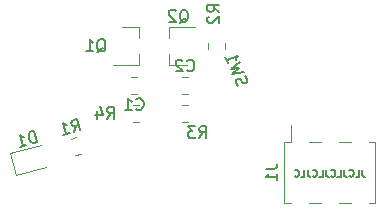
<source format=gbr>
G04 #@! TF.GenerationSoftware,KiCad,Pcbnew,5.1.2*
G04 #@! TF.CreationDate,2019-07-11T13:19:42-05:00*
G04 #@! TF.ProjectId,Camera,43616d65-7261-42e6-9b69-6361645f7063,rev?*
G04 #@! TF.SameCoordinates,Original*
G04 #@! TF.FileFunction,Legend,Bot*
G04 #@! TF.FilePolarity,Positive*
%FSLAX46Y46*%
G04 Gerber Fmt 4.6, Leading zero omitted, Abs format (unit mm)*
G04 Created by KiCad (PCBNEW 5.1.2) date 2019-07-11 13:19:42*
%MOMM*%
%LPD*%
G04 APERTURE LIST*
%ADD10C,0.150000*%
%ADD11C,0.120000*%
G04 APERTURE END LIST*
D10*
X165371428Y-114871428D02*
X165371428Y-115300000D01*
X165400000Y-115385714D01*
X165457142Y-115442857D01*
X165542857Y-115471428D01*
X165600000Y-115471428D01*
X164800000Y-115471428D02*
X165085714Y-115471428D01*
X165085714Y-114871428D01*
X164257142Y-115414285D02*
X164285714Y-115442857D01*
X164371428Y-115471428D01*
X164428571Y-115471428D01*
X164514285Y-115442857D01*
X164571428Y-115385714D01*
X164600000Y-115328571D01*
X164628571Y-115214285D01*
X164628571Y-115128571D01*
X164600000Y-115014285D01*
X164571428Y-114957142D01*
X164514285Y-114900000D01*
X164428571Y-114871428D01*
X164371428Y-114871428D01*
X164285714Y-114900000D01*
X164257142Y-114928571D01*
X163828571Y-114871428D02*
X163828571Y-115300000D01*
X163857142Y-115385714D01*
X163914285Y-115442857D01*
X164000000Y-115471428D01*
X164057142Y-115471428D01*
X163257142Y-115471428D02*
X163542857Y-115471428D01*
X163542857Y-114871428D01*
X162714285Y-115414285D02*
X162742857Y-115442857D01*
X162828571Y-115471428D01*
X162885714Y-115471428D01*
X162971428Y-115442857D01*
X163028571Y-115385714D01*
X163057142Y-115328571D01*
X163085714Y-115214285D01*
X163085714Y-115128571D01*
X163057142Y-115014285D01*
X163028571Y-114957142D01*
X162971428Y-114900000D01*
X162885714Y-114871428D01*
X162828571Y-114871428D01*
X162742857Y-114900000D01*
X162714285Y-114928571D01*
X162285714Y-114871428D02*
X162285714Y-115300000D01*
X162314285Y-115385714D01*
X162371428Y-115442857D01*
X162457142Y-115471428D01*
X162514285Y-115471428D01*
X161714285Y-115471428D02*
X162000000Y-115471428D01*
X162000000Y-114871428D01*
X161171428Y-115414285D02*
X161200000Y-115442857D01*
X161285714Y-115471428D01*
X161342857Y-115471428D01*
X161428571Y-115442857D01*
X161485714Y-115385714D01*
X161514285Y-115328571D01*
X161542857Y-115214285D01*
X161542857Y-115128571D01*
X161514285Y-115014285D01*
X161485714Y-114957142D01*
X161428571Y-114900000D01*
X161342857Y-114871428D01*
X161285714Y-114871428D01*
X161200000Y-114900000D01*
X161171428Y-114928571D01*
X160742857Y-114871428D02*
X160742857Y-115300000D01*
X160771428Y-115385714D01*
X160828571Y-115442857D01*
X160914285Y-115471428D01*
X160971428Y-115471428D01*
X160171428Y-115471428D02*
X160457142Y-115471428D01*
X160457142Y-114871428D01*
X159628571Y-115414285D02*
X159657142Y-115442857D01*
X159742857Y-115471428D01*
X159800000Y-115471428D01*
X159885714Y-115442857D01*
X159942857Y-115385714D01*
X159971428Y-115328571D01*
X160000000Y-115214285D01*
X160000000Y-115128571D01*
X159971428Y-115014285D01*
X159942857Y-114957142D01*
X159885714Y-114900000D01*
X159800000Y-114871428D01*
X159742857Y-114871428D01*
X159657142Y-114900000D01*
X159628571Y-114928571D01*
D11*
X138619947Y-114625827D02*
X136026436Y-115320756D01*
X136026436Y-115320756D02*
X135529504Y-113466178D01*
X135529504Y-113466178D02*
X138123015Y-112771249D01*
X158730000Y-112525000D02*
X158730000Y-117725000D01*
X166470000Y-112525000D02*
X166470000Y-117725000D01*
X159300000Y-111085000D02*
X159300000Y-112525000D01*
X158730000Y-112525000D02*
X159300000Y-112525000D01*
X158730000Y-117725000D02*
X159300000Y-117725000D01*
X165900000Y-112525000D02*
X166470000Y-112525000D01*
X165900000Y-117725000D02*
X166470000Y-117725000D01*
X160820000Y-112525000D02*
X161840000Y-112525000D01*
X160820000Y-117725000D02*
X161840000Y-117725000D01*
X163360000Y-112525000D02*
X164380000Y-112525000D01*
X163360000Y-117725000D02*
X164380000Y-117725000D01*
X146460000Y-102820000D02*
X146460000Y-103750000D01*
X146460000Y-105980000D02*
X146460000Y-105050000D01*
X146460000Y-105980000D02*
X144300000Y-105980000D01*
X146460000Y-102820000D02*
X145000000Y-102820000D01*
X149040000Y-105980000D02*
X150500000Y-105980000D01*
X149040000Y-102820000D02*
X151200000Y-102820000D01*
X149040000Y-102820000D02*
X149040000Y-103750000D01*
X149040000Y-105980000D02*
X149040000Y-105050000D01*
X141166006Y-112147268D02*
X140666471Y-112281118D01*
X141533529Y-113518882D02*
X141033994Y-113652732D01*
X152290000Y-104696078D02*
X152290000Y-104178922D01*
X153710000Y-104696078D02*
X153710000Y-104178922D01*
X150103922Y-110810000D02*
X150621078Y-110810000D01*
X150103922Y-109390000D02*
X150621078Y-109390000D01*
X146496078Y-110810000D02*
X145978922Y-110810000D01*
X146496078Y-109390000D02*
X145978922Y-109390000D01*
X145798922Y-108440000D02*
X146316078Y-108440000D01*
X145798922Y-107020000D02*
X146316078Y-107020000D01*
X150616079Y-108460000D02*
X150098923Y-108460000D01*
X150616079Y-107040000D02*
X150098923Y-107040000D01*
D10*
X137830031Y-112545933D02*
X137571212Y-111580007D01*
X137341229Y-111641631D01*
X137215564Y-111724601D01*
X137148221Y-111841244D01*
X137126874Y-111945561D01*
X137130176Y-112141872D01*
X137167150Y-112279861D01*
X137262446Y-112451522D01*
X137333092Y-112531191D01*
X137449734Y-112598534D01*
X137600048Y-112607556D01*
X137830031Y-112545933D01*
X136358144Y-112940324D02*
X136910101Y-112792427D01*
X136634122Y-112866375D02*
X136375303Y-111900450D01*
X136504270Y-112013790D01*
X136620913Y-112081133D01*
X136725230Y-112102480D01*
X157182380Y-114791666D02*
X157896666Y-114791666D01*
X158039523Y-114744047D01*
X158134761Y-114648809D01*
X158182380Y-114505952D01*
X158182380Y-114410714D01*
X158182380Y-115791666D02*
X158182380Y-115220238D01*
X158182380Y-115505952D02*
X157182380Y-115505952D01*
X157325238Y-115410714D01*
X157420476Y-115315476D01*
X157468095Y-115220238D01*
X154824186Y-107787871D02*
X154726519Y-107673255D01*
X154637327Y-107452497D01*
X154645802Y-107346355D01*
X154672115Y-107284365D01*
X154742580Y-107204537D01*
X154830883Y-107168860D01*
X154937025Y-107177335D01*
X154999015Y-107203648D01*
X155078843Y-107274113D01*
X155194349Y-107432881D01*
X155274177Y-107503345D01*
X155336167Y-107529659D01*
X155442309Y-107538133D01*
X155530612Y-107502457D01*
X155601077Y-107422628D01*
X155627390Y-107360638D01*
X155635865Y-107254496D01*
X155546673Y-107033738D01*
X155449006Y-106919122D01*
X155368289Y-106592222D02*
X154351913Y-106746071D01*
X154942833Y-106301888D01*
X154209206Y-106392858D01*
X155047197Y-105797493D01*
X153781084Y-105333219D02*
X153995145Y-105863039D01*
X153888114Y-105598129D02*
X154815298Y-105223522D01*
X154718520Y-105365341D01*
X154665894Y-105489321D01*
X154657419Y-105595462D01*
X142895238Y-104947619D02*
X142990476Y-104900000D01*
X143085714Y-104804761D01*
X143228571Y-104661904D01*
X143323809Y-104614285D01*
X143419047Y-104614285D01*
X143371428Y-104852380D02*
X143466666Y-104804761D01*
X143561904Y-104709523D01*
X143609523Y-104519047D01*
X143609523Y-104185714D01*
X143561904Y-103995238D01*
X143466666Y-103900000D01*
X143371428Y-103852380D01*
X143180952Y-103852380D01*
X143085714Y-103900000D01*
X142990476Y-103995238D01*
X142942857Y-104185714D01*
X142942857Y-104519047D01*
X142990476Y-104709523D01*
X143085714Y-104804761D01*
X143180952Y-104852380D01*
X143371428Y-104852380D01*
X141990476Y-104852380D02*
X142561904Y-104852380D01*
X142276190Y-104852380D02*
X142276190Y-103852380D01*
X142371428Y-103995238D01*
X142466666Y-104090476D01*
X142561904Y-104138095D01*
X149895238Y-102447619D02*
X149990476Y-102400000D01*
X150085714Y-102304761D01*
X150228571Y-102161904D01*
X150323809Y-102114285D01*
X150419047Y-102114285D01*
X150371428Y-102352380D02*
X150466666Y-102304761D01*
X150561904Y-102209523D01*
X150609523Y-102019047D01*
X150609523Y-101685714D01*
X150561904Y-101495238D01*
X150466666Y-101400000D01*
X150371428Y-101352380D01*
X150180952Y-101352380D01*
X150085714Y-101400000D01*
X149990476Y-101495238D01*
X149942857Y-101685714D01*
X149942857Y-102019047D01*
X149990476Y-102209523D01*
X150085714Y-102304761D01*
X150180952Y-102352380D01*
X150371428Y-102352380D01*
X149561904Y-101447619D02*
X149514285Y-101400000D01*
X149419047Y-101352380D01*
X149180952Y-101352380D01*
X149085714Y-101400000D01*
X149038095Y-101447619D01*
X148990476Y-101542857D01*
X148990476Y-101638095D01*
X149038095Y-101780952D01*
X149609523Y-102352380D01*
X148990476Y-102352380D01*
X140951021Y-111700051D02*
X141149749Y-111153814D01*
X141502979Y-111552155D02*
X141244160Y-110586229D01*
X140876188Y-110684827D01*
X140796520Y-110755473D01*
X140762848Y-110813794D01*
X140741501Y-110918111D01*
X140778475Y-111056101D01*
X140849121Y-111135769D01*
X140907442Y-111169441D01*
X141011760Y-111190788D01*
X141379731Y-111092190D01*
X140031092Y-111946546D02*
X140583049Y-111798649D01*
X140307070Y-111872597D02*
X140048251Y-110906672D01*
X140177218Y-111020012D01*
X140293861Y-111087355D01*
X140398178Y-111108702D01*
X153252380Y-101533333D02*
X152776190Y-101200000D01*
X153252380Y-100961904D02*
X152252380Y-100961904D01*
X152252380Y-101342857D01*
X152300000Y-101438095D01*
X152347619Y-101485714D01*
X152442857Y-101533333D01*
X152585714Y-101533333D01*
X152680952Y-101485714D01*
X152728571Y-101438095D01*
X152776190Y-101342857D01*
X152776190Y-100961904D01*
X152347619Y-101914285D02*
X152300000Y-101961904D01*
X152252380Y-102057142D01*
X152252380Y-102295238D01*
X152300000Y-102390476D01*
X152347619Y-102438095D01*
X152442857Y-102485714D01*
X152538095Y-102485714D01*
X152680952Y-102438095D01*
X153252380Y-101866666D01*
X153252380Y-102485714D01*
X151566666Y-112202380D02*
X151900000Y-111726190D01*
X152138095Y-112202380D02*
X152138095Y-111202380D01*
X151757142Y-111202380D01*
X151661904Y-111250000D01*
X151614285Y-111297619D01*
X151566666Y-111392857D01*
X151566666Y-111535714D01*
X151614285Y-111630952D01*
X151661904Y-111678571D01*
X151757142Y-111726190D01*
X152138095Y-111726190D01*
X151233333Y-111202380D02*
X150614285Y-111202380D01*
X150947619Y-111583333D01*
X150804761Y-111583333D01*
X150709523Y-111630952D01*
X150661904Y-111678571D01*
X150614285Y-111773809D01*
X150614285Y-112011904D01*
X150661904Y-112107142D01*
X150709523Y-112154761D01*
X150804761Y-112202380D01*
X151090476Y-112202380D01*
X151185714Y-112154761D01*
X151233333Y-112107142D01*
X143766666Y-110552380D02*
X144100000Y-110076190D01*
X144338095Y-110552380D02*
X144338095Y-109552380D01*
X143957142Y-109552380D01*
X143861904Y-109600000D01*
X143814285Y-109647619D01*
X143766666Y-109742857D01*
X143766666Y-109885714D01*
X143814285Y-109980952D01*
X143861904Y-110028571D01*
X143957142Y-110076190D01*
X144338095Y-110076190D01*
X142909523Y-109885714D02*
X142909523Y-110552380D01*
X143147619Y-109504761D02*
X143385714Y-110219047D01*
X142766666Y-110219047D01*
X146224166Y-109737142D02*
X146271785Y-109784761D01*
X146414642Y-109832380D01*
X146509880Y-109832380D01*
X146652738Y-109784761D01*
X146747976Y-109689523D01*
X146795595Y-109594285D01*
X146843214Y-109403809D01*
X146843214Y-109260952D01*
X146795595Y-109070476D01*
X146747976Y-108975238D01*
X146652738Y-108880000D01*
X146509880Y-108832380D01*
X146414642Y-108832380D01*
X146271785Y-108880000D01*
X146224166Y-108927619D01*
X145271785Y-109832380D02*
X145843214Y-109832380D01*
X145557500Y-109832380D02*
X145557500Y-108832380D01*
X145652738Y-108975238D01*
X145747976Y-109070476D01*
X145843214Y-109118095D01*
X150524167Y-106457142D02*
X150571786Y-106504761D01*
X150714643Y-106552380D01*
X150809881Y-106552380D01*
X150952739Y-106504761D01*
X151047977Y-106409523D01*
X151095596Y-106314285D01*
X151143215Y-106123809D01*
X151143215Y-105980952D01*
X151095596Y-105790476D01*
X151047977Y-105695238D01*
X150952739Y-105600000D01*
X150809881Y-105552380D01*
X150714643Y-105552380D01*
X150571786Y-105600000D01*
X150524167Y-105647619D01*
X150143215Y-105647619D02*
X150095596Y-105600000D01*
X150000358Y-105552380D01*
X149762262Y-105552380D01*
X149667024Y-105600000D01*
X149619405Y-105647619D01*
X149571786Y-105742857D01*
X149571786Y-105838095D01*
X149619405Y-105980952D01*
X150190834Y-106552380D01*
X149571786Y-106552380D01*
M02*

</source>
